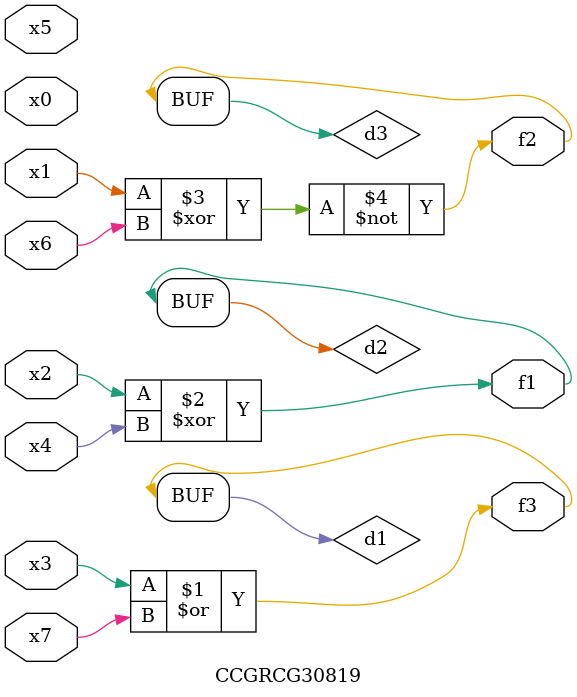
<source format=v>
module CCGRCG30819(
	input x0, x1, x2, x3, x4, x5, x6, x7,
	output f1, f2, f3
);

	wire d1, d2, d3;

	or (d1, x3, x7);
	xor (d2, x2, x4);
	xnor (d3, x1, x6);
	assign f1 = d2;
	assign f2 = d3;
	assign f3 = d1;
endmodule

</source>
